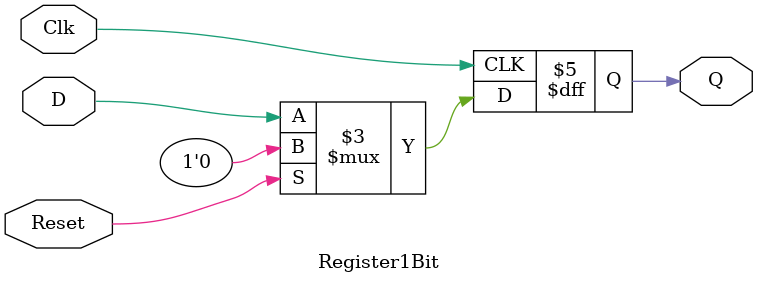
<source format=sv>
module Register1Bit 
(
			input Clk, Reset, D,
			output logic Q
);

always_ff @ (posedge Clk)
begin
	if(Reset)
		Q <= 1'b0;
	else
		Q <= D;
end
endmodule

</source>
